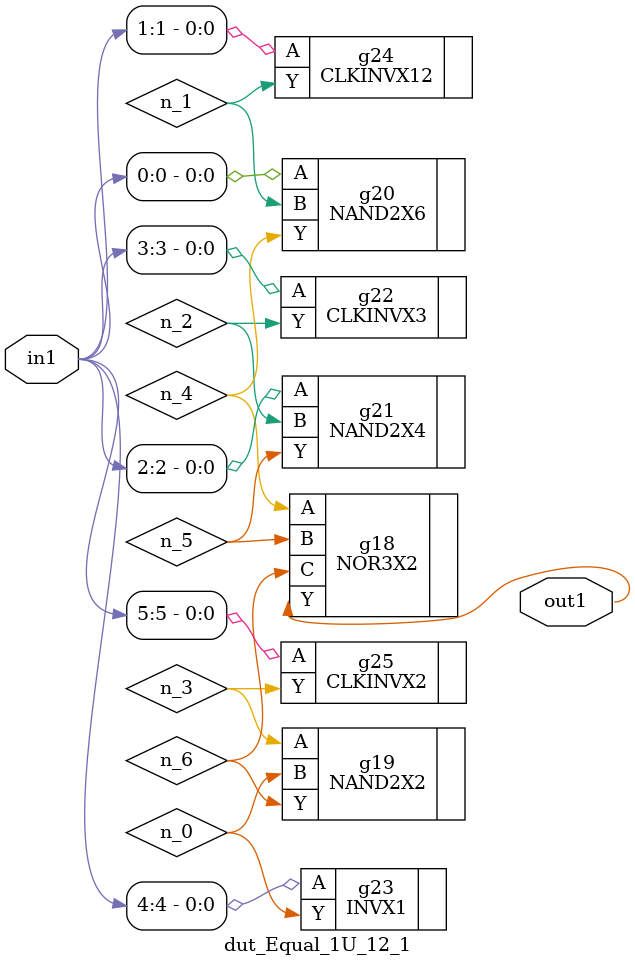
<source format=v>
`timescale 1ps / 1ps


module dut_Equal_1U_12_1(in1, out1);
  input [5:0] in1;
  output out1;
  wire [5:0] in1;
  wire out1;
  wire n_0, n_1, n_2, n_3, n_4, n_5, n_6;
  NOR3X2 g18(.A (n_4), .B (n_5), .C (n_6), .Y (out1));
  NAND2X2 g19(.A (n_3), .B (n_0), .Y (n_6));
  NAND2X4 g21(.A (in1[2]), .B (n_2), .Y (n_5));
  NAND2X6 g20(.A (in1[0]), .B (n_1), .Y (n_4));
  CLKINVX2 g25(.A (in1[5]), .Y (n_3));
  CLKINVX3 g22(.A (in1[3]), .Y (n_2));
  CLKINVX12 g24(.A (in1[1]), .Y (n_1));
  INVX1 g23(.A (in1[4]), .Y (n_0));
endmodule



</source>
